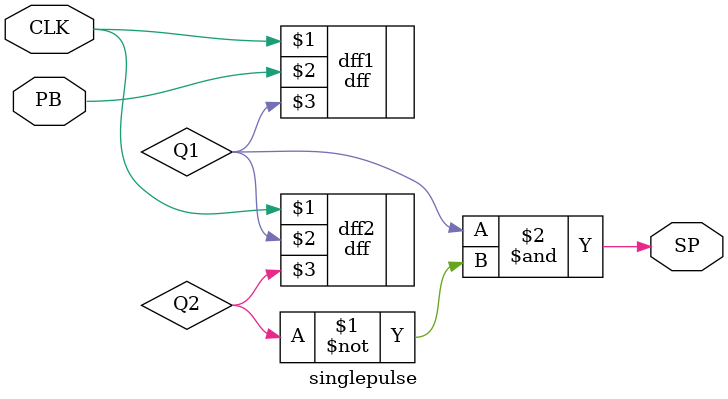
<source format=v>
`timescale 1ns / 1ps


module singlepulse(
    input CLK,
    input PB,
    output SP
    );
    
    wire Q1, Q2;
    dff dff1(CLK, PB, Q1);
    dff dff2(CLK, Q1, Q2);
    
    assign SP = Q1 & ~Q2;
    

    
    
    
endmodule

</source>
